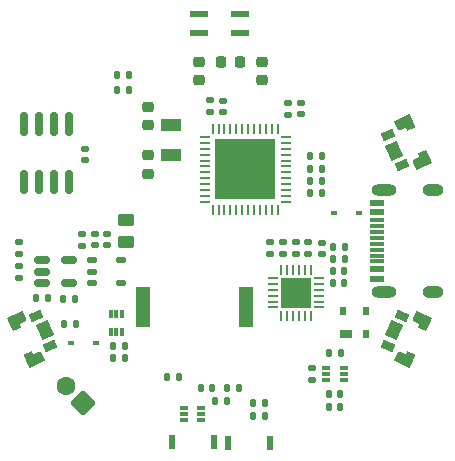
<source format=gbr>
%TF.GenerationSoftware,KiCad,Pcbnew,(6.0.7-1)-1*%
%TF.CreationDate,2022-10-24T14:59:35+01:00*%
%TF.ProjectId,wristpad,77726973-7470-4616-942e-6b696361645f,rev?*%
%TF.SameCoordinates,Original*%
%TF.FileFunction,Soldermask,Top*%
%TF.FilePolarity,Negative*%
%FSLAX46Y46*%
G04 Gerber Fmt 4.6, Leading zero omitted, Abs format (unit mm)*
G04 Created by KiCad (PCBNEW (6.0.7-1)-1) date 2022-10-24 14:59:35*
%MOMM*%
%LPD*%
G01*
G04 APERTURE LIST*
G04 Aperture macros list*
%AMRoundRect*
0 Rectangle with rounded corners*
0 $1 Rounding radius*
0 $2 $3 $4 $5 $6 $7 $8 $9 X,Y pos of 4 corners*
0 Add a 4 corners polygon primitive as box body*
4,1,4,$2,$3,$4,$5,$6,$7,$8,$9,$2,$3,0*
0 Add four circle primitives for the rounded corners*
1,1,$1+$1,$2,$3*
1,1,$1+$1,$4,$5*
1,1,$1+$1,$6,$7*
1,1,$1+$1,$8,$9*
0 Add four rect primitives between the rounded corners*
20,1,$1+$1,$2,$3,$4,$5,0*
20,1,$1+$1,$4,$5,$6,$7,0*
20,1,$1+$1,$6,$7,$8,$9,0*
20,1,$1+$1,$8,$9,$2,$3,0*%
%AMRotRect*
0 Rectangle, with rotation*
0 The origin of the aperture is its center*
0 $1 length*
0 $2 width*
0 $3 Rotation angle, in degrees counterclockwise*
0 Add horizontal line*
21,1,$1,$2,0,0,$3*%
%AMFreePoly0*
4,1,16,0.740277,0.992426,0.757850,0.950000,0.757850,0.300000,0.740275,0.257574,0.697850,0.240000,0.457200,0.240000,0.457201,-0.274320,0.274320,-0.457200,-0.457200,-0.457200,-0.457200,0.288050,-0.462150,0.300000,-0.462150,0.949999,-0.444576,0.992426,-0.402150,1.010000,0.697850,1.010000,0.740277,0.992426,0.740277,0.992426,$1*%
%AMFreePoly1*
4,1,16,0.444576,0.992426,0.462150,0.950000,0.462150,0.300000,0.457200,0.288050,0.457200,-0.457200,-0.274320,-0.457201,-0.457200,-0.274320,-0.457200,0.240000,-0.697850,0.240000,-0.740276,0.257574,-0.757850,0.300000,-0.757850,0.950000,-0.740276,0.992426,-0.697850,1.010000,0.402150,1.010000,0.444576,0.992426,0.444576,0.992426,$1*%
G04 Aperture macros list end*
%ADD10R,1.300000X3.400000*%
%ADD11RoundRect,0.150000X-0.150000X0.825000X-0.150000X-0.825000X0.150000X-0.825000X0.150000X0.825000X0*%
%ADD12RoundRect,0.135000X0.185000X-0.135000X0.185000X0.135000X-0.185000X0.135000X-0.185000X-0.135000X0*%
%ADD13R,0.558800X1.244600*%
%ADD14RoundRect,0.135000X-0.135000X-0.185000X0.135000X-0.185000X0.135000X0.185000X-0.135000X0.185000X0*%
%ADD15R,0.600000X0.450000*%
%ADD16RoundRect,0.135000X0.135000X0.185000X-0.135000X0.185000X-0.135000X-0.185000X0.135000X-0.185000X0*%
%ADD17RoundRect,0.062500X-0.062500X0.375000X-0.062500X-0.375000X0.062500X-0.375000X0.062500X0.375000X0*%
%ADD18RoundRect,0.062500X-0.375000X0.062500X-0.375000X-0.062500X0.375000X-0.062500X0.375000X0.062500X0*%
%ADD19R,5.150000X5.150000*%
%ADD20RoundRect,0.225000X0.250000X-0.225000X0.250000X0.225000X-0.250000X0.225000X-0.250000X-0.225000X0*%
%ADD21R,1.000000X0.700000*%
%ADD22R,0.600000X0.700000*%
%ADD23RoundRect,0.140000X0.170000X-0.140000X0.170000X0.140000X-0.170000X0.140000X-0.170000X-0.140000X0*%
%ADD24RoundRect,0.062500X0.350000X0.062500X-0.350000X0.062500X-0.350000X-0.062500X0.350000X-0.062500X0*%
%ADD25RoundRect,0.062500X0.062500X0.350000X-0.062500X0.350000X-0.062500X-0.350000X0.062500X-0.350000X0*%
%ADD26R,2.600000X2.600000*%
%ADD27RoundRect,0.218750X-0.218750X-0.256250X0.218750X-0.256250X0.218750X0.256250X-0.218750X0.256250X0*%
%ADD28R,1.800000X1.000000*%
%ADD29RoundRect,0.225000X-0.250000X0.225000X-0.250000X-0.225000X0.250000X-0.225000X0.250000X0.225000X0*%
%ADD30RoundRect,0.250000X0.777817X0.000000X0.000000X0.777817X-0.777817X0.000000X0.000000X-0.777817X0*%
%ADD31C,1.600000*%
%ADD32RoundRect,0.135000X-0.185000X0.135000X-0.185000X-0.135000X0.185000X-0.135000X0.185000X0.135000X0*%
%ADD33RoundRect,0.137500X-0.262500X-0.137500X0.262500X-0.137500X0.262500X0.137500X-0.262500X0.137500X0*%
%ADD34RoundRect,0.250000X-0.450000X0.262500X-0.450000X-0.262500X0.450000X-0.262500X0.450000X0.262500X0*%
%ADD35RoundRect,0.140000X-0.140000X-0.170000X0.140000X-0.170000X0.140000X0.170000X-0.140000X0.170000X0*%
%ADD36RotRect,0.711200X1.092200X115.000000*%
%ADD37FreePoly0,115.000000*%
%ADD38FreePoly1,115.000000*%
%ADD39RotRect,1.397000X1.092200X115.000000*%
%ADD40O,2.108200X0.990600*%
%ADD41O,1.803400X0.990600*%
%ADD42R,1.143000X0.584200*%
%ADD43R,1.143000X0.304800*%
%ADD44RoundRect,0.150000X-0.512500X-0.150000X0.512500X-0.150000X0.512500X0.150000X-0.512500X0.150000X0*%
%ADD45RotRect,0.711200X1.092200X245.000000*%
%ADD46FreePoly1,245.000000*%
%ADD47RotRect,1.397000X1.092200X245.000000*%
%ADD48FreePoly0,245.000000*%
%ADD49RotRect,0.711200X1.092200X295.000000*%
%ADD50FreePoly1,295.000000*%
%ADD51FreePoly0,295.000000*%
%ADD52RotRect,1.397000X1.092200X295.000000*%
%ADD53RoundRect,0.140000X0.140000X0.170000X-0.140000X0.170000X-0.140000X-0.170000X0.140000X-0.170000X0*%
%ADD54R,0.700000X0.340000*%
%ADD55R,1.500000X0.600000*%
%ADD56R,0.340000X0.700000*%
G04 APERTURE END LIST*
D10*
%TO.C,BZ1*%
X93560000Y-105630000D03*
X102260000Y-105630000D03*
%TD*%
D11*
%TO.C,IC1*%
X87298000Y-90082000D03*
X86028000Y-90082000D03*
X84758000Y-90082000D03*
X83488000Y-90082000D03*
X83488000Y-95032000D03*
X84758000Y-95032000D03*
X86028000Y-95032000D03*
X87298000Y-95032000D03*
%TD*%
D12*
%TO.C,R21*%
X83050000Y-102150000D03*
X83050000Y-103170000D03*
%TD*%
D13*
%TO.C,SW2*%
X95974598Y-117080000D03*
X99525402Y-117080000D03*
%TD*%
D14*
%TO.C,R20*%
X103820000Y-114850000D03*
X102800000Y-114850000D03*
%TD*%
D12*
%TO.C,R1*%
X88400000Y-99400000D03*
X88400000Y-100420000D03*
%TD*%
D14*
%TO.C,R3*%
X90960000Y-109966000D03*
X91980000Y-109966000D03*
%TD*%
D15*
%TO.C,D3*%
X109680000Y-97610000D03*
X111780000Y-97610000D03*
%TD*%
D16*
%TO.C,R26*%
X92350000Y-87240000D03*
X91330000Y-87240000D03*
%TD*%
D14*
%TO.C,R27*%
X91330000Y-85980000D03*
X92350000Y-85980000D03*
%TD*%
D17*
%TO.C,U3*%
X104921000Y-90523500D03*
X104421000Y-90523500D03*
X103921000Y-90523500D03*
X103421000Y-90523500D03*
X102921000Y-90523500D03*
X102421000Y-90523500D03*
X101921000Y-90523500D03*
X101421000Y-90523500D03*
X100921000Y-90523500D03*
X100421000Y-90523500D03*
X99921000Y-90523500D03*
X99421000Y-90523500D03*
D18*
X98733500Y-91211000D03*
X98733500Y-91711000D03*
X98733500Y-92211000D03*
X98733500Y-92711000D03*
X98733500Y-93211000D03*
X98733500Y-93711000D03*
X98733500Y-94211000D03*
X98733500Y-94711000D03*
X98733500Y-95211000D03*
X98733500Y-95711000D03*
X98733500Y-96211000D03*
X98733500Y-96711000D03*
D17*
X99421000Y-97398500D03*
X99921000Y-97398500D03*
X100421000Y-97398500D03*
X100921000Y-97398500D03*
X101421000Y-97398500D03*
X101921000Y-97398500D03*
X102421000Y-97398500D03*
X102921000Y-97398500D03*
X103421000Y-97398500D03*
X103921000Y-97398500D03*
X104421000Y-97398500D03*
X104921000Y-97398500D03*
D18*
X105608500Y-96711000D03*
X105608500Y-96211000D03*
X105608500Y-95711000D03*
X105608500Y-95211000D03*
X105608500Y-94711000D03*
X105608500Y-94211000D03*
X105608500Y-93711000D03*
X105608500Y-93211000D03*
X105608500Y-92711000D03*
X105608500Y-92211000D03*
X105608500Y-91711000D03*
X105608500Y-91211000D03*
D19*
X102171000Y-93961000D03*
%TD*%
D20*
%TO.C,C14*%
X93940000Y-94305000D03*
X93940000Y-92755000D03*
%TD*%
D21*
%TO.C,D1*%
X110670000Y-107920000D03*
D22*
X112370000Y-107920000D03*
X112370000Y-105920000D03*
X110470000Y-105920000D03*
%TD*%
D13*
%TO.C,SW1*%
X100724598Y-117094000D03*
X104275402Y-117094000D03*
%TD*%
D14*
%TO.C,R16*%
X86820000Y-107070000D03*
X87840000Y-107070000D03*
%TD*%
D16*
%TO.C,R11*%
X110270000Y-109520000D03*
X109250000Y-109520000D03*
%TD*%
%TO.C,R18*%
X107631000Y-92831000D03*
X108651000Y-92831000D03*
%TD*%
D14*
%TO.C,R19*%
X107631000Y-95961000D03*
X108651000Y-95961000D03*
%TD*%
D16*
%TO.C,R25*%
X101650000Y-112490000D03*
X100630000Y-112490000D03*
%TD*%
D15*
%TO.C,D2*%
X89550000Y-108630000D03*
X87450000Y-108630000D03*
%TD*%
D23*
%TO.C,C3*%
X90510000Y-99430000D03*
X90510000Y-100390000D03*
%TD*%
D24*
%TO.C,U2*%
X108416984Y-105648951D03*
X108416984Y-105148951D03*
X108416984Y-104648951D03*
X108416984Y-104148951D03*
X108416984Y-103648951D03*
X108416984Y-103148951D03*
D25*
X107729484Y-102461451D03*
X107229484Y-102461451D03*
X106729484Y-102461451D03*
X106229484Y-102461451D03*
X105729484Y-102461451D03*
X105229484Y-102461451D03*
D24*
X104541984Y-103148951D03*
X104541984Y-103648951D03*
X104541984Y-104148951D03*
X104541984Y-104648951D03*
X104541984Y-105148951D03*
X104541984Y-105648951D03*
D25*
X105229484Y-106336451D03*
X105729484Y-106336451D03*
X106229484Y-106336451D03*
X106729484Y-106336451D03*
X107229484Y-106336451D03*
X107729484Y-106336451D03*
D26*
X106479484Y-104398951D03*
%TD*%
D27*
%TO.C,L1*%
X100162500Y-84840000D03*
X101737500Y-84840000D03*
%TD*%
D28*
%TO.C,Y1*%
X95876000Y-90236000D03*
X95876000Y-92736000D03*
%TD*%
D29*
%TO.C,C13*%
X93920000Y-88645000D03*
X93920000Y-90195000D03*
%TD*%
D16*
%TO.C,R7*%
X110601484Y-100502951D03*
X109581484Y-100502951D03*
%TD*%
D30*
%TO.C,J2*%
X88453199Y-113713199D03*
D31*
X87038985Y-112298985D03*
%TD*%
D16*
%TO.C,R23*%
X90960000Y-108950000D03*
X91980000Y-108950000D03*
%TD*%
D23*
%TO.C,C15*%
X100260000Y-88140000D03*
X100260000Y-89100000D03*
%TD*%
D32*
%TO.C,R10*%
X107830000Y-110790000D03*
X107830000Y-111810000D03*
%TD*%
%TO.C,R22*%
X83050000Y-101090000D03*
X83050000Y-100070000D03*
%TD*%
D29*
%TO.C,C19*%
X103580000Y-84823000D03*
X103580000Y-86373000D03*
%TD*%
D23*
%TO.C,C7*%
X88646000Y-93190000D03*
X88646000Y-92230000D03*
%TD*%
D12*
%TO.C,R13*%
X99220000Y-88100000D03*
X99220000Y-89120000D03*
%TD*%
D33*
%TO.C,U4*%
X91624000Y-101666000D03*
X91624000Y-103566000D03*
X89224000Y-103566000D03*
X89224000Y-102616000D03*
X89224000Y-101666000D03*
%TD*%
D34*
%TO.C,R12*%
X92050000Y-98237500D03*
X92050000Y-100062500D03*
%TD*%
D35*
%TO.C,C11*%
X109280000Y-114050000D03*
X110240000Y-114050000D03*
%TD*%
%TO.C,C9*%
X109611484Y-103550951D03*
X110571484Y-103550951D03*
%TD*%
D32*
%TO.C,R6*%
X104261484Y-100106951D03*
X104261484Y-101126951D03*
%TD*%
D35*
%TO.C,C12*%
X109280000Y-112950000D03*
X110240000Y-112950000D03*
%TD*%
D14*
%TO.C,R2*%
X109581484Y-101518951D03*
X110601484Y-101518951D03*
%TD*%
D36*
%TO.C,SW5*%
X85690566Y-108914377D03*
X84507087Y-106376398D03*
D37*
X84653935Y-109891721D03*
D38*
X83092065Y-106542279D03*
D39*
X85236948Y-107580981D03*
%TD*%
D16*
%TO.C,R24*%
X99610000Y-113540000D03*
X100630000Y-113540000D03*
%TD*%
D23*
%TO.C,C2*%
X89460000Y-99430000D03*
X89460000Y-100390000D03*
%TD*%
D40*
%TO.C,J1*%
X113920000Y-104320002D03*
D41*
X118100000Y-104320002D03*
X118100000Y-95679998D03*
D40*
X113920000Y-95679998D03*
D42*
X113345000Y-103200000D03*
X113345000Y-102400001D03*
D43*
X113345000Y-101250000D03*
X113345000Y-100250000D03*
X113345000Y-99750000D03*
X113345000Y-98750000D03*
D42*
X113345000Y-96800000D03*
X113345000Y-97599999D03*
D43*
X113345000Y-98250001D03*
X113345000Y-99249999D03*
X113345000Y-100750001D03*
X113345000Y-101749999D03*
%TD*%
D44*
%TO.C,U1*%
X87243500Y-101666000D03*
X87243500Y-103566000D03*
X84968500Y-103566000D03*
X84968500Y-102616000D03*
X84968500Y-101666000D03*
%TD*%
D45*
%TO.C,SW4*%
X115492913Y-106376398D03*
X114309434Y-108914377D03*
D46*
X115346065Y-109891721D03*
D47*
X114763052Y-107580981D03*
D48*
X116907935Y-106542279D03*
%TD*%
D49*
%TO.C,SW3*%
X114309434Y-91085623D03*
X115492913Y-93623602D03*
D50*
X116907935Y-93457721D03*
D51*
X115346065Y-90108279D03*
D52*
X114763052Y-92419019D03*
%TD*%
D53*
%TO.C,C1*%
X87726000Y-104902000D03*
X86766000Y-104902000D03*
%TD*%
D16*
%TO.C,R17*%
X103830000Y-113750000D03*
X102810000Y-113750000D03*
%TD*%
D54*
%TO.C,Q3*%
X98470000Y-115150000D03*
X98470000Y-114650000D03*
X98470000Y-114150000D03*
X96970000Y-114150000D03*
X96970000Y-114650000D03*
X96970000Y-115150000D03*
%TD*%
D14*
%TO.C,R8*%
X108650000Y-94940000D03*
X107630000Y-94940000D03*
%TD*%
D23*
%TO.C,C5*%
X108638484Y-101120951D03*
X108638484Y-100160951D03*
%TD*%
D35*
%TO.C,C8*%
X109611484Y-102534951D03*
X110571484Y-102534951D03*
%TD*%
D55*
%TO.C,E1*%
X98250000Y-82440000D03*
X101750000Y-82440000D03*
X101750000Y-80840000D03*
X98250000Y-80840000D03*
%TD*%
D56*
%TO.C,Q2*%
X91780000Y-106230000D03*
X91280000Y-106230000D03*
X90780000Y-106230000D03*
X90780000Y-107730000D03*
X91280000Y-107730000D03*
X91780000Y-107730000D03*
%TD*%
D53*
%TO.C,C10*%
X99360000Y-112490000D03*
X98400000Y-112490000D03*
%TD*%
D14*
%TO.C,R9*%
X108650000Y-93894000D03*
X107630000Y-93894000D03*
%TD*%
D54*
%TO.C,Q1*%
X109010000Y-110760000D03*
X109010000Y-111260000D03*
X109010000Y-111760000D03*
X110510000Y-111760000D03*
X110510000Y-111260000D03*
X110510000Y-110760000D03*
%TD*%
D12*
%TO.C,R4*%
X105407484Y-101126951D03*
X105407484Y-100106951D03*
%TD*%
D23*
%TO.C,C17*%
X106870000Y-89300000D03*
X106870000Y-88340000D03*
%TD*%
D29*
%TO.C,C18*%
X98230000Y-84845000D03*
X98230000Y-86395000D03*
%TD*%
D23*
%TO.C,C16*%
X105840000Y-89320000D03*
X105840000Y-88360000D03*
%TD*%
%TO.C,C6*%
X107501484Y-101090951D03*
X107501484Y-100130951D03*
%TD*%
D14*
%TO.C,R15*%
X96540000Y-111560000D03*
X95520000Y-111560000D03*
%TD*%
D53*
%TO.C,C4*%
X85446000Y-104860000D03*
X84486000Y-104860000D03*
%TD*%
D12*
%TO.C,R5*%
X106494484Y-101126951D03*
X106494484Y-100106951D03*
%TD*%
M02*

</source>
